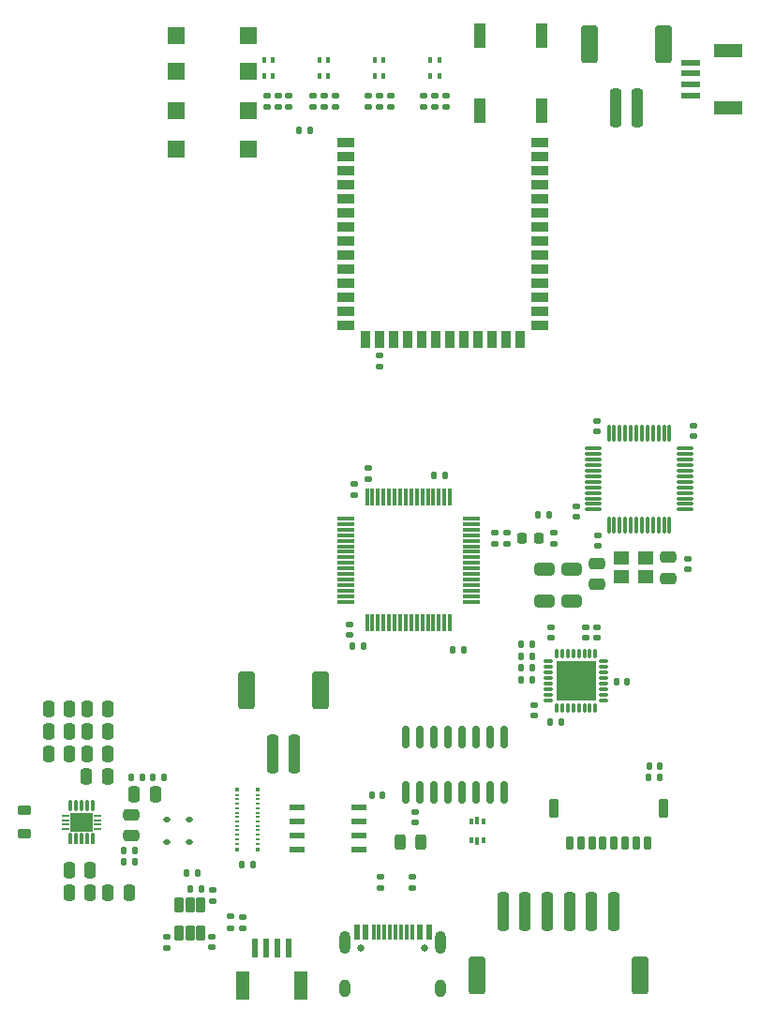
<source format=gbr>
%TF.GenerationSoftware,KiCad,Pcbnew,7.0.5*%
%TF.CreationDate,2023-12-19T13:48:19-08:00*%
%TF.ProjectId,EV11 Board Design,45563131-2042-46f6-9172-642044657369,EV9*%
%TF.SameCoordinates,Original*%
%TF.FileFunction,Soldermask,Top*%
%TF.FilePolarity,Negative*%
%FSLAX46Y46*%
G04 Gerber Fmt 4.6, Leading zero omitted, Abs format (unit mm)*
G04 Created by KiCad (PCBNEW 7.0.5) date 2023-12-19 13:48:19*
%MOMM*%
%LPD*%
G01*
G04 APERTURE LIST*
G04 Aperture macros list*
%AMRoundRect*
0 Rectangle with rounded corners*
0 $1 Rounding radius*
0 $2 $3 $4 $5 $6 $7 $8 $9 X,Y pos of 4 corners*
0 Add a 4 corners polygon primitive as box body*
4,1,4,$2,$3,$4,$5,$6,$7,$8,$9,$2,$3,0*
0 Add four circle primitives for the rounded corners*
1,1,$1+$1,$2,$3*
1,1,$1+$1,$4,$5*
1,1,$1+$1,$6,$7*
1,1,$1+$1,$8,$9*
0 Add four rect primitives between the rounded corners*
20,1,$1+$1,$2,$3,$4,$5,0*
20,1,$1+$1,$4,$5,$6,$7,0*
20,1,$1+$1,$6,$7,$8,$9,0*
20,1,$1+$1,$8,$9,$2,$3,0*%
G04 Aperture macros list end*
%ADD10RoundRect,0.250000X0.250000X0.475000X-0.250000X0.475000X-0.250000X-0.475000X0.250000X-0.475000X0*%
%ADD11RoundRect,0.140000X-0.170000X0.140000X-0.170000X-0.140000X0.170000X-0.140000X0.170000X0.140000X0*%
%ADD12R,1.422400X0.533400*%
%ADD13RoundRect,0.250000X-0.475000X0.250000X-0.475000X-0.250000X0.475000X-0.250000X0.475000X0.250000X0*%
%ADD14RoundRect,0.140000X-0.140000X-0.170000X0.140000X-0.170000X0.140000X0.170000X-0.140000X0.170000X0*%
%ADD15RoundRect,0.250000X-0.250000X-0.475000X0.250000X-0.475000X0.250000X0.475000X-0.250000X0.475000X0*%
%ADD16RoundRect,0.075000X0.075000X-0.662500X0.075000X0.662500X-0.075000X0.662500X-0.075000X-0.662500X0*%
%ADD17RoundRect,0.075000X0.662500X-0.075000X0.662500X0.075000X-0.662500X0.075000X-0.662500X-0.075000X0*%
%ADD18RoundRect,0.135000X0.135000X0.185000X-0.135000X0.185000X-0.135000X-0.185000X0.135000X-0.185000X0*%
%ADD19R,1.500000X1.500000*%
%ADD20RoundRect,0.140000X0.140000X0.170000X-0.140000X0.170000X-0.140000X-0.170000X0.140000X-0.170000X0*%
%ADD21RoundRect,0.140000X0.170000X-0.140000X0.170000X0.140000X-0.170000X0.140000X-0.170000X-0.140000X0*%
%ADD22RoundRect,0.135000X-0.185000X0.135000X-0.185000X-0.135000X0.185000X-0.135000X0.185000X0.135000X0*%
%ADD23RoundRect,0.135000X-0.135000X-0.185000X0.135000X-0.185000X0.135000X0.185000X-0.135000X0.185000X0*%
%ADD24RoundRect,0.150000X0.150000X0.475000X-0.150000X0.475000X-0.150000X-0.475000X0.150000X-0.475000X0*%
%ADD25RoundRect,0.225000X0.225000X0.625000X-0.225000X0.625000X-0.225000X-0.625000X0.225000X-0.625000X0*%
%ADD26R,0.400000X0.410000*%
%ADD27R,0.400000X0.200000*%
%ADD28RoundRect,0.075000X0.700000X0.075000X-0.700000X0.075000X-0.700000X-0.075000X0.700000X-0.075000X0*%
%ADD29RoundRect,0.075000X0.075000X0.700000X-0.075000X0.700000X-0.075000X-0.700000X0.075000X-0.700000X0*%
%ADD30RoundRect,0.250000X0.250000X1.500000X-0.250000X1.500000X-0.250000X-1.500000X0.250000X-1.500000X0*%
%ADD31RoundRect,0.250001X0.499999X1.449999X-0.499999X1.449999X-0.499999X-1.449999X0.499999X-1.449999X0*%
%ADD32RoundRect,0.243750X-0.243750X-0.456250X0.243750X-0.456250X0.243750X0.456250X-0.243750X0.456250X0*%
%ADD33R,1.700000X0.500000*%
%ADD34R,2.500000X1.200000*%
%ADD35RoundRect,0.218750X-0.218750X-0.256250X0.218750X-0.256250X0.218750X0.256250X-0.218750X0.256250X0*%
%ADD36RoundRect,0.142600X-0.249400X0.564400X-0.249400X-0.564400X0.249400X-0.564400X0.249400X0.564400X0*%
%ADD37RoundRect,0.135000X0.185000X-0.135000X0.185000X0.135000X-0.185000X0.135000X-0.185000X-0.135000X0*%
%ADD38R,1.120000X2.160000*%
%ADD39RoundRect,0.250000X0.650000X-0.325000X0.650000X0.325000X-0.650000X0.325000X-0.650000X-0.325000X0*%
%ADD40RoundRect,0.112500X-0.187500X-0.112500X0.187500X-0.112500X0.187500X0.112500X-0.187500X0.112500X0*%
%ADD41RoundRect,0.218750X0.381250X-0.218750X0.381250X0.218750X-0.381250X0.218750X-0.381250X-0.218750X0*%
%ADD42RoundRect,0.007500X-0.372500X-0.117500X0.372500X-0.117500X0.372500X0.117500X-0.372500X0.117500X0*%
%ADD43RoundRect,0.007500X0.117500X-0.372500X0.117500X0.372500X-0.117500X0.372500X-0.117500X-0.372500X0*%
%ADD44R,3.650000X3.650000*%
%ADD45RoundRect,0.250000X0.475000X-0.250000X0.475000X0.250000X-0.475000X0.250000X-0.475000X-0.250000X0*%
%ADD46R,0.400000X0.600000*%
%ADD47RoundRect,0.150000X0.150000X-0.825000X0.150000X0.825000X-0.150000X0.825000X-0.150000X-0.825000X0*%
%ADD48R,0.500000X1.700000*%
%ADD49R,1.200000X2.500000*%
%ADD50R,1.500000X0.900000*%
%ADD51R,0.900000X1.500000*%
%ADD52RoundRect,0.250000X-0.250000X-1.500000X0.250000X-1.500000X0.250000X1.500000X-0.250000X1.500000X0*%
%ADD53RoundRect,0.250001X-0.499999X-1.449999X0.499999X-1.449999X0.499999X1.449999X-0.499999X1.449999X0*%
%ADD54C,0.650000*%
%ADD55R,0.600000X1.450000*%
%ADD56R,0.300000X1.450000*%
%ADD57O,1.000000X2.100000*%
%ADD58O,1.000000X1.600000*%
%ADD59R,0.375000X0.500000*%
%ADD60R,0.300000X0.650000*%
%ADD61RoundRect,0.070000X0.140000X-0.140000X0.140000X0.140000X-0.140000X0.140000X-0.140000X-0.140000X0*%
%ADD62O,0.420000X0.990000*%
%ADD63R,0.600000X0.230000*%
%ADD64R,0.700000X0.250000*%
%ADD65C,0.600000*%
%ADD66R,0.900000X0.650000*%
%ADD67R,2.150000X1.700000*%
%ADD68R,1.400000X1.200000*%
G04 APERTURE END LIST*
D10*
%TO.C,C45*%
X121100000Y-118870000D03*
X119200000Y-118870000D03*
%TD*%
D11*
%TO.C,C13*%
X146380000Y-111220000D03*
X146380000Y-112180000D03*
%TD*%
D12*
%TO.C,CR1*%
X141606000Y-127795000D03*
X141606000Y-129065000D03*
X141606000Y-130335000D03*
X141606000Y-131605000D03*
X147194000Y-131605000D03*
X147194000Y-130335000D03*
X147194000Y-129065000D03*
X147194000Y-127795000D03*
%TD*%
D11*
%TO.C,C1*%
X133900000Y-139430000D03*
X133900000Y-140390000D03*
%TD*%
D13*
%TO.C,C40*%
X126680000Y-128440000D03*
X126680000Y-130340000D03*
%TD*%
D14*
%TO.C,C22*%
X146660000Y-113240000D03*
X147620000Y-113240000D03*
%TD*%
D15*
%TO.C,C39*%
X124550000Y-135460000D03*
X126450000Y-135460000D03*
%TD*%
D16*
%TO.C,U5*%
X169787500Y-102287500D03*
X170287500Y-102287500D03*
X170787500Y-102287500D03*
X171287500Y-102287500D03*
X171787500Y-102287500D03*
X172287500Y-102287500D03*
X172787500Y-102287500D03*
X173287500Y-102287500D03*
X173787500Y-102287500D03*
X174287500Y-102287500D03*
X174787500Y-102287500D03*
X175287500Y-102287500D03*
D17*
X176700000Y-100875000D03*
X176700000Y-100375000D03*
X176700000Y-99875000D03*
X176700000Y-99375000D03*
X176700000Y-98875000D03*
X176700000Y-98375000D03*
X176700000Y-97875000D03*
X176700000Y-97375000D03*
X176700000Y-96875000D03*
X176700000Y-96375000D03*
X176700000Y-95875000D03*
X176700000Y-95375000D03*
D16*
X175287500Y-93962500D03*
X174787500Y-93962500D03*
X174287500Y-93962500D03*
X173787500Y-93962500D03*
X173287500Y-93962500D03*
X172787500Y-93962500D03*
X172287500Y-93962500D03*
X171787500Y-93962500D03*
X171287500Y-93962500D03*
X170787500Y-93962500D03*
X170287500Y-93962500D03*
X169787500Y-93962500D03*
D17*
X168375000Y-95375000D03*
X168375000Y-95875000D03*
X168375000Y-96375000D03*
X168375000Y-96875000D03*
X168375000Y-97375000D03*
X168375000Y-97875000D03*
X168375000Y-98375000D03*
X168375000Y-98875000D03*
X168375000Y-99375000D03*
X168375000Y-99875000D03*
X168375000Y-100375000D03*
X168375000Y-100875000D03*
%TD*%
D18*
%TO.C,R1*%
X126970000Y-132660000D03*
X125950000Y-132660000D03*
%TD*%
D19*
%TO.C,J4*%
X137250000Y-64825000D03*
X130750000Y-64825000D03*
X137250000Y-61325000D03*
X130750000Y-61325000D03*
X137250000Y-58125000D03*
X130750000Y-58125000D03*
X137250000Y-68325000D03*
X130750000Y-68325000D03*
%TD*%
D10*
%TO.C,C38*%
X122940000Y-135470000D03*
X121040000Y-135470000D03*
%TD*%
D18*
%TO.C,R20*%
X129600000Y-125060000D03*
X128580000Y-125060000D03*
%TD*%
D20*
%TO.C,C33*%
X149380000Y-126700000D03*
X148420000Y-126700000D03*
%TD*%
D15*
%TO.C,C42*%
X122620000Y-124960000D03*
X124520000Y-124960000D03*
%TD*%
D21*
%TO.C,C14*%
X146770000Y-99530000D03*
X146770000Y-98570000D03*
%TD*%
D13*
%TO.C,C4*%
X168737500Y-105725000D03*
X168737500Y-107625000D03*
%TD*%
D21*
%TO.C,C3*%
X168737500Y-112455000D03*
X168737500Y-111495000D03*
%TD*%
D22*
%TO.C,R3*%
X149137500Y-134010000D03*
X149137500Y-135030000D03*
%TD*%
D23*
%TO.C,R5*%
X163380000Y-101360000D03*
X164400000Y-101360000D03*
%TD*%
%TO.C,R10*%
X173400000Y-125090000D03*
X174420000Y-125090000D03*
%TD*%
D24*
%TO.C,J10*%
X173270000Y-130965000D03*
X172270000Y-130965000D03*
X171270000Y-130965000D03*
X170270000Y-130965000D03*
X169270000Y-130965000D03*
X168270000Y-130965000D03*
X167270000Y-130965000D03*
X166270000Y-130965000D03*
D25*
X174720000Y-127840000D03*
X164820000Y-127840000D03*
%TD*%
D26*
%TO.C,U13*%
X136227500Y-131540000D03*
D27*
X136227500Y-131035000D03*
X136227500Y-130635000D03*
X136227500Y-130232924D03*
X136227500Y-129835000D03*
X136227500Y-129435000D03*
X136227500Y-129035000D03*
X136227500Y-128635000D03*
X136227500Y-128235000D03*
X136227500Y-127835000D03*
X136227500Y-127435000D03*
X136227500Y-127035000D03*
X136227500Y-126635000D03*
D26*
X136227500Y-126130000D03*
X138107500Y-126130000D03*
D27*
X138107500Y-126635000D03*
X138107500Y-127035000D03*
X138107500Y-127435000D03*
X138107500Y-127835000D03*
X138107500Y-128235000D03*
X138107500Y-128635000D03*
X138107500Y-129035000D03*
X138107500Y-129435000D03*
X138107500Y-129835000D03*
X138107500Y-130232924D03*
X138107500Y-130635000D03*
X138107500Y-131035000D03*
D26*
X138107500Y-131540000D03*
%TD*%
D28*
%TO.C,U1*%
X157370000Y-109190000D03*
X157370000Y-108690000D03*
X157370000Y-108190000D03*
X157370000Y-107690000D03*
X157370000Y-107190000D03*
X157370000Y-106690000D03*
X157370000Y-106190000D03*
X157370000Y-105690000D03*
X157370000Y-105190000D03*
X157370000Y-104690000D03*
X157370000Y-104190000D03*
X157370000Y-103690000D03*
X157370000Y-103190000D03*
X157370000Y-102690000D03*
X157370000Y-102190000D03*
X157370000Y-101690000D03*
D29*
X155445000Y-99765000D03*
X154945000Y-99765000D03*
X154445000Y-99765000D03*
X153945000Y-99765000D03*
X153445000Y-99765000D03*
X152945000Y-99765000D03*
X152445000Y-99765000D03*
X151945000Y-99765000D03*
X151445000Y-99765000D03*
X150945000Y-99765000D03*
X150445000Y-99765000D03*
X149945000Y-99765000D03*
X149445000Y-99765000D03*
X148945000Y-99765000D03*
X148445000Y-99765000D03*
X147945000Y-99765000D03*
D28*
X146020000Y-101690000D03*
X146020000Y-102190000D03*
X146020000Y-102690000D03*
X146020000Y-103190000D03*
X146020000Y-103690000D03*
X146020000Y-104190000D03*
X146020000Y-104690000D03*
X146020000Y-105190000D03*
X146020000Y-105690000D03*
X146020000Y-106190000D03*
X146020000Y-106690000D03*
X146020000Y-107190000D03*
X146020000Y-107690000D03*
X146020000Y-108190000D03*
X146020000Y-108690000D03*
X146020000Y-109190000D03*
D29*
X147945000Y-111115000D03*
X148445000Y-111115000D03*
X148945000Y-111115000D03*
X149445000Y-111115000D03*
X149945000Y-111115000D03*
X150445000Y-111115000D03*
X150945000Y-111115000D03*
X151445000Y-111115000D03*
X151945000Y-111115000D03*
X152445000Y-111115000D03*
X152945000Y-111115000D03*
X153445000Y-111115000D03*
X153945000Y-111115000D03*
X154445000Y-111115000D03*
X154945000Y-111115000D03*
X155445000Y-111115000D03*
%TD*%
D21*
%TO.C,C16*%
X163037500Y-119505000D03*
X163037500Y-118545000D03*
%TD*%
D30*
%TO.C,J1*%
X141400000Y-122950000D03*
X139400000Y-122950000D03*
D31*
X143750000Y-117200000D03*
X137050000Y-117200000D03*
%TD*%
D32*
%TO.C,D1*%
X150932500Y-130940000D03*
X152807500Y-130940000D03*
%TD*%
D15*
%TO.C,C48*%
X122660000Y-120890000D03*
X124560000Y-120890000D03*
%TD*%
D33*
%TO.C,J13*%
X177200000Y-63500000D03*
X177200000Y-62500000D03*
X177200000Y-61500000D03*
X177200000Y-60500000D03*
D34*
X180600000Y-64600000D03*
X180600000Y-59400000D03*
%TD*%
D35*
%TO.C,120R1*%
X161912500Y-103425000D03*
X163487500Y-103425000D03*
%TD*%
D36*
%TO.C,U2*%
X132900000Y-136565000D03*
X131950000Y-136565000D03*
X131000000Y-136565000D03*
X131000000Y-139075000D03*
X131950000Y-139075000D03*
X132900000Y-139075000D03*
%TD*%
D37*
%TO.C,R22*%
X134040000Y-136230000D03*
X134040000Y-135210000D03*
%TD*%
%TO.C,R17*%
X154100000Y-64510000D03*
X154100000Y-63490000D03*
%TD*%
D22*
%TO.C,R13*%
X140900000Y-63490000D03*
X140900000Y-64510000D03*
%TD*%
D18*
%TO.C,R19*%
X127650000Y-125060000D03*
X126630000Y-125060000D03*
%TD*%
%TO.C,R4*%
X142810000Y-66600000D03*
X141790000Y-66600000D03*
%TD*%
D11*
%TO.C,C8*%
X159500000Y-102995000D03*
X159500000Y-103955000D03*
%TD*%
D15*
%TO.C,C46*%
X122650000Y-118860000D03*
X124550000Y-118860000D03*
%TD*%
D23*
%TO.C,R27*%
X131990000Y-135120000D03*
X133010000Y-135120000D03*
%TD*%
D22*
%TO.C,R12*%
X148100000Y-63490000D03*
X148100000Y-64510000D03*
%TD*%
%TO.C,R11*%
X149100000Y-63490000D03*
X149100000Y-64510000D03*
%TD*%
D11*
%TO.C,C21*%
X148080000Y-97140000D03*
X148080000Y-98100000D03*
%TD*%
D38*
%TO.C,SW5*%
X158112000Y-58095000D03*
X158112000Y-64825000D03*
%TD*%
D22*
%TO.C,R6*%
X150100000Y-63490000D03*
X150100000Y-64510000D03*
%TD*%
D37*
%TO.C,R16*%
X155100000Y-64510000D03*
X155100000Y-63490000D03*
%TD*%
D39*
%TO.C,C29*%
X166437500Y-109180000D03*
X166437500Y-106230000D03*
%TD*%
D23*
%TO.C,R21*%
X125940000Y-131670000D03*
X126960000Y-131670000D03*
%TD*%
D40*
%TO.C,D2*%
X129832500Y-128830000D03*
X131932500Y-128830000D03*
%TD*%
D11*
%TO.C,C10*%
X164800000Y-102995000D03*
X164800000Y-103955000D03*
%TD*%
D37*
%TO.C,R24*%
X144100000Y-64510000D03*
X144100000Y-63490000D03*
%TD*%
D14*
%TO.C,C36*%
X173450000Y-124070000D03*
X174410000Y-124070000D03*
%TD*%
D11*
%TO.C,C35*%
X176920000Y-105330000D03*
X176920000Y-106290000D03*
%TD*%
D20*
%TO.C,C12*%
X156690000Y-113530000D03*
X155730000Y-113530000D03*
%TD*%
D37*
%TO.C,R18*%
X153099500Y-64510000D03*
X153099500Y-63490000D03*
%TD*%
D22*
%TO.C,R2*%
X152087500Y-134015000D03*
X152087500Y-135035000D03*
%TD*%
D21*
%TO.C,C25*%
X177437500Y-94255000D03*
X177437500Y-93295000D03*
%TD*%
D37*
%TO.C,R32*%
X149100000Y-88010000D03*
X149100000Y-86990000D03*
%TD*%
D22*
%TO.C,R8*%
X135627500Y-137625000D03*
X135627500Y-138645000D03*
%TD*%
D41*
%TO.C,L1*%
X117030000Y-130102500D03*
X117030000Y-127977500D03*
%TD*%
D14*
%TO.C,C15*%
X164507500Y-120075000D03*
X165467500Y-120075000D03*
%TD*%
D22*
%TO.C,R15*%
X138900000Y-63490000D03*
X138900000Y-64510000D03*
%TD*%
D42*
%TO.C,U6*%
X164365000Y-114575000D03*
X164365000Y-115075000D03*
X164365000Y-115575000D03*
X164365000Y-116075000D03*
X164365000Y-116575000D03*
X164365000Y-117075000D03*
X164365000Y-117575000D03*
X164365000Y-118075000D03*
D43*
X165090000Y-118800000D03*
X165590000Y-118800000D03*
X166090000Y-118800000D03*
X166590000Y-118800000D03*
X167090000Y-118800000D03*
X167590000Y-118800000D03*
X168090000Y-118800000D03*
X168590000Y-118800000D03*
D42*
X169315000Y-118075000D03*
X169315000Y-117575000D03*
X169315000Y-117075000D03*
X169315000Y-116575000D03*
X169315000Y-116075000D03*
X169315000Y-115575000D03*
X169315000Y-115075000D03*
X169315000Y-114575000D03*
D43*
X168590000Y-113850000D03*
X168090000Y-113850000D03*
X167590000Y-113850000D03*
X167090000Y-113850000D03*
X166590000Y-113850000D03*
X166090000Y-113850000D03*
X165590000Y-113850000D03*
X165090000Y-113850000D03*
D44*
X166840000Y-116325000D03*
%TD*%
D45*
%TO.C,C23*%
X175187500Y-107075000D03*
X175187500Y-105175000D03*
%TD*%
D18*
%TO.C,R9*%
X162897500Y-113075000D03*
X161877500Y-113075000D03*
%TD*%
D22*
%TO.C,R14*%
X139900000Y-63490000D03*
X139900000Y-64510000D03*
%TD*%
D39*
%TO.C,C30*%
X164007500Y-109180000D03*
X164007500Y-106230000D03*
%TD*%
D38*
%TO.C,SW4*%
X163700000Y-58095000D03*
X163700000Y-64825000D03*
%TD*%
D46*
%TO.C,D4*%
X153662500Y-61695000D03*
X153662500Y-60295000D03*
X154462500Y-60295000D03*
X154462500Y-61695000D03*
%TD*%
D40*
%TO.C,D6*%
X129830000Y-130890000D03*
X131930000Y-130890000D03*
%TD*%
D47*
%TO.C,U3*%
X151492500Y-126370000D03*
X152762500Y-126370000D03*
X154032500Y-126370000D03*
X155302500Y-126370000D03*
X156572500Y-126370000D03*
X157842500Y-126370000D03*
X159112500Y-126370000D03*
X160382500Y-126370000D03*
X160382500Y-121420000D03*
X159112500Y-121420000D03*
X157842500Y-121420000D03*
X156572500Y-121420000D03*
X155302500Y-121420000D03*
X154032500Y-121420000D03*
X152762500Y-121420000D03*
X151492500Y-121420000D03*
%TD*%
D37*
%TO.C,R23*%
X145100000Y-64510000D03*
X145100000Y-63490000D03*
%TD*%
D11*
%TO.C,C34*%
X168730000Y-92880000D03*
X168730000Y-93840000D03*
%TD*%
D48*
%TO.C,J7*%
X137840000Y-140470000D03*
X138840000Y-140470000D03*
X139840000Y-140470000D03*
X140840000Y-140470000D03*
D49*
X136740000Y-143870000D03*
X141940000Y-143870000D03*
%TD*%
D18*
%TO.C,R41*%
X137627500Y-132905000D03*
X136607500Y-132905000D03*
%TD*%
D14*
%TO.C,C18*%
X161907500Y-116225000D03*
X162867500Y-116225000D03*
%TD*%
%TO.C,C2*%
X131660000Y-133680000D03*
X132620000Y-133680000D03*
%TD*%
%TO.C,C6*%
X170497500Y-116405000D03*
X171457500Y-116405000D03*
%TD*%
D15*
%TO.C,C41*%
X126910000Y-126610000D03*
X128810000Y-126610000D03*
%TD*%
D46*
%TO.C,D3*%
X138662500Y-61695000D03*
X138662500Y-60295000D03*
X139462500Y-60295000D03*
X139462500Y-61695000D03*
%TD*%
D50*
%TO.C,U11*%
X146075000Y-67740000D03*
X146075000Y-69010000D03*
X146075000Y-70280000D03*
X146075000Y-71550000D03*
X146075000Y-72820000D03*
X146075000Y-74090000D03*
X146075000Y-75360000D03*
X146075000Y-76630000D03*
X146075000Y-77900000D03*
X146075000Y-79170000D03*
X146075000Y-80440000D03*
X146075000Y-81710000D03*
X146075000Y-82980000D03*
X146075000Y-84250000D03*
D51*
X147840000Y-85500000D03*
X149110000Y-85500000D03*
X150380000Y-85500000D03*
X151650000Y-85500000D03*
X152920000Y-85500000D03*
X154190000Y-85500000D03*
X155460000Y-85500000D03*
X156730000Y-85500000D03*
X158000000Y-85500000D03*
X159270000Y-85500000D03*
X160540000Y-85500000D03*
X161810000Y-85500000D03*
D50*
X163575000Y-84250000D03*
X163575000Y-82980000D03*
X163575000Y-81710000D03*
X163575000Y-80440000D03*
X163575000Y-79170000D03*
X163575000Y-77900000D03*
X163575000Y-76630000D03*
X163575000Y-75360000D03*
X163575000Y-74090000D03*
X163575000Y-72820000D03*
X163575000Y-71550000D03*
X163575000Y-70280000D03*
X163575000Y-69010000D03*
X163575000Y-67740000D03*
%TD*%
D22*
%TO.C,R26*%
X129890000Y-139410000D03*
X129890000Y-140430000D03*
%TD*%
D14*
%TO.C,C17*%
X161907500Y-115175000D03*
X162867500Y-115175000D03*
%TD*%
D11*
%TO.C,C7*%
X164537500Y-111495000D03*
X164537500Y-112455000D03*
%TD*%
D52*
%TO.C,J11*%
X160237500Y-137175000D03*
X162237500Y-137175000D03*
X164237500Y-137175000D03*
X166237500Y-137175000D03*
X168237500Y-137175000D03*
X170237500Y-137175000D03*
D53*
X157887500Y-142925000D03*
X172587500Y-142925000D03*
%TD*%
D21*
%TO.C,C32*%
X152297500Y-129135000D03*
X152297500Y-128175000D03*
%TD*%
D11*
%TO.C,C31*%
X167687500Y-111495000D03*
X167687500Y-112455000D03*
%TD*%
D10*
%TO.C,C43*%
X121080000Y-122930000D03*
X119180000Y-122930000D03*
%TD*%
D11*
%TO.C,C9*%
X160600000Y-102995000D03*
X160600000Y-103955000D03*
%TD*%
%TO.C,C24*%
X168847500Y-103185000D03*
X168847500Y-104145000D03*
%TD*%
D30*
%TO.C,J5*%
X172390000Y-64610000D03*
X170390000Y-64610000D03*
D31*
X174740000Y-58860000D03*
X168040000Y-58860000D03*
%TD*%
D54*
%TO.C,J9*%
X147397500Y-140446000D03*
X153177500Y-140446000D03*
D55*
X147037500Y-139001000D03*
X147837500Y-139001000D03*
D56*
X149037500Y-139001000D03*
X150037500Y-139001000D03*
X150537500Y-139001000D03*
X151537500Y-139001000D03*
D55*
X152737500Y-139001000D03*
X153537500Y-139001000D03*
X153537500Y-139001000D03*
X152737500Y-139001000D03*
D56*
X152037500Y-139001000D03*
X151037500Y-139001000D03*
X149537500Y-139001000D03*
X148537500Y-139001000D03*
D55*
X147837500Y-139001000D03*
X147037500Y-139001000D03*
D57*
X145967500Y-139916000D03*
D58*
X145967500Y-144096000D03*
D57*
X154607500Y-139916000D03*
D58*
X154607500Y-144096000D03*
%TD*%
D46*
%TO.C,D5*%
X143662500Y-61695000D03*
X143662500Y-60295000D03*
X144462500Y-60295000D03*
X144462500Y-61695000D03*
%TD*%
D14*
%TO.C,C11*%
X154020000Y-97775000D03*
X154980000Y-97775000D03*
%TD*%
D46*
%TO.C,D18*%
X148662500Y-61695000D03*
X148662500Y-60295000D03*
X149462500Y-60295000D03*
X149462500Y-61695000D03*
%TD*%
D59*
%TO.C,U4*%
X157372500Y-130760000D03*
D60*
X157910000Y-130835000D03*
D59*
X158447500Y-130760000D03*
X158447500Y-129060000D03*
D60*
X157910000Y-128985000D03*
D59*
X157372500Y-129060000D03*
%TD*%
D10*
%TO.C,C37*%
X122960000Y-133440000D03*
X121060000Y-133440000D03*
%TD*%
D20*
%TO.C,C28*%
X162867500Y-114125000D03*
X161907500Y-114125000D03*
%TD*%
D22*
%TO.C,R7*%
X136737500Y-137665000D03*
X136737500Y-138685000D03*
%TD*%
D61*
%TO.C,U7*%
X121140000Y-130870000D03*
D62*
X121140000Y-130585000D03*
D61*
X121640000Y-130870000D03*
D62*
X121640000Y-130585000D03*
D61*
X122140000Y-130870000D03*
D62*
X122140000Y-130585000D03*
D61*
X122640000Y-130870000D03*
D62*
X122640000Y-130585000D03*
D61*
X123140000Y-130870000D03*
D62*
X123140000Y-130585000D03*
X123140000Y-127635000D03*
D61*
X123140000Y-127350000D03*
D62*
X122640000Y-127635000D03*
D61*
X122640000Y-127350000D03*
D62*
X122140000Y-127635000D03*
D61*
X122140000Y-127350000D03*
D62*
X121640000Y-127635000D03*
D61*
X121640000Y-127350000D03*
D62*
X121140000Y-127635000D03*
D61*
X121140000Y-127350000D03*
D63*
X120715000Y-129710000D03*
D64*
X120715000Y-129710000D03*
D63*
X123565000Y-129710000D03*
D64*
X123565000Y-129710000D03*
D65*
X121640000Y-129610000D03*
X122640000Y-129610000D03*
D66*
X121580000Y-129545000D03*
X122700000Y-129545000D03*
D63*
X120715000Y-129310000D03*
D64*
X120715000Y-129310000D03*
D63*
X123565000Y-129310000D03*
D64*
X123565000Y-129310000D03*
D65*
X122140000Y-129110000D03*
D67*
X122140000Y-129110000D03*
D63*
X120715000Y-128910000D03*
D64*
X120715000Y-128910000D03*
D63*
X123565000Y-128910000D03*
D64*
X123565000Y-128910000D03*
D66*
X121580000Y-128675000D03*
X122700000Y-128675000D03*
D65*
X121640000Y-128610000D03*
X122640000Y-128610000D03*
D63*
X120715000Y-128510000D03*
D64*
X120715000Y-128510000D03*
D63*
X123565000Y-128510000D03*
D64*
X123565000Y-128510000D03*
%TD*%
D15*
%TO.C,C47*%
X122650000Y-122920000D03*
X124550000Y-122920000D03*
%TD*%
D10*
%TO.C,C44*%
X121090000Y-120900000D03*
X119190000Y-120900000D03*
%TD*%
D21*
%TO.C,C26*%
X166840000Y-101550000D03*
X166840000Y-100590000D03*
%TD*%
D37*
%TO.C,R25*%
X143084000Y-64510000D03*
X143084000Y-63490000D03*
%TD*%
D68*
%TO.C,Y1*%
X170887500Y-106975000D03*
X173087500Y-106975000D03*
X173087500Y-105275000D03*
X170887500Y-105275000D03*
%TD*%
M02*

</source>
